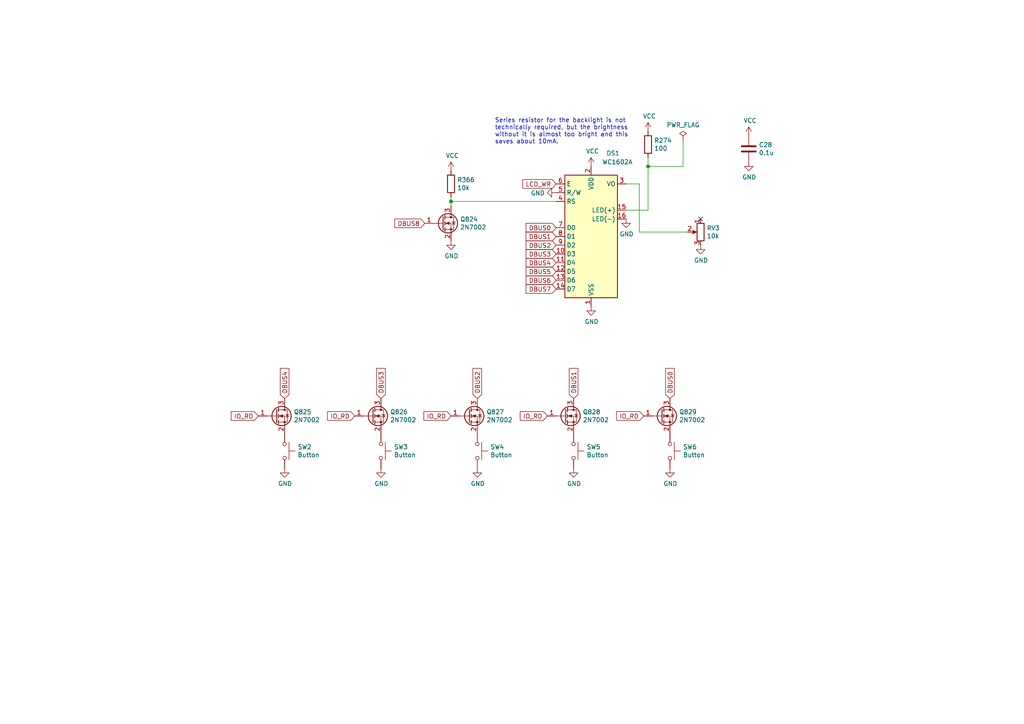
<source format=kicad_sch>
(kicad_sch (version 20230121) (generator eeschema)
  (paper "A4")
  (title_block (title "Q2 Computer") (date "2022-04-16") (rev "4c") (company "joewing.net"))
  (lib_symbols
    (symbol "Device:C" (pin_numbers hide) (pin_names (offset 0.254))
      (property "Reference" "C" (at 0.635 2.54 0))
      (property "Value" "C" (at 0.635 -2.54 0))
      (symbol "C_0_1"
        (polyline (pts (xy -2.032 -0.762) (xy 2.032 -0.762)) (stroke (width 0.508)))
        (polyline (pts (xy -2.032 0.762) (xy 2.032 0.762)) (stroke (width 0.508)))
      )
      (symbol "C_1_1"
        (pin passive line (at 0 3.81 270) (length 2.794) (name "~") (number "1"))
        (pin passive line (at 0 -3.81 90) (length 2.794) (name "~") (number "2"))
      )
    )
    (symbol "Device:R" (pin_numbers hide) (pin_names (offset 0))
      (property "Reference" "R" (at 2.032 0 90))
      (property "Value" "R" (at 0 0 90))
      (symbol "R_0_1"
        (rectangle (start -1.016 -2.54) (end 1.016 2.54) (stroke (width 0.254)))
      )
      (symbol "R_1_1"
        (pin passive line (at 0 3.81 270) (length 1.27) (name "~") (number "1"))
        (pin passive line (at 0 -3.81 90) (length 1.27) (name "~") (number "2"))
      )
    )
    (symbol "Display_Character:WC1602A"
      (property "Reference" "DS" (at -5.842 19.05 0))
      (property "Value" "WC1602A" (at 5.334 19.05 0))
      (symbol "WC1602A_1_1"
        (rectangle (start -7.62 17.78) (end 7.62 -17.78) (stroke (width 0.254)) (fill (type background)))
        (pin power_in line (at 0 -20.32 90) (length 2.54) (name "VSS") (number "1"))
        (pin input line (at -10.16 -5.08 0) (length 2.54) (name "D3") (number "10"))
        (pin input line (at -10.16 -7.62 0) (length 2.54) (name "D4") (number "11"))
        (pin input line (at -10.16 -10.16 0) (length 2.54) (name "D5") (number "12"))
        (pin input line (at -10.16 -12.7 0) (length 2.54) (name "D6") (number "13"))
        (pin input line (at -10.16 -15.24 0) (length 2.54) (name "D7") (number "14"))
        (pin power_in line (at 10.16 7.62 180) (length 2.54) (name "LED(+)") (number "15"))
        (pin power_in line (at 10.16 5.08 180) (length 2.54) (name "LED(-)") (number "16"))
        (pin power_in line (at 0 20.32 270) (length 2.54) (name "VDD") (number "2"))
        (pin input line (at 10.16 15.24 180) (length 2.54) (name "VO") (number "3"))
        (pin input line (at -10.16 10.16 0) (length 2.54) (name "RS") (number "4"))
        (pin input line (at -10.16 12.7 0) (length 2.54) (name "R/W") (number "5"))
        (pin input line (at -10.16 15.24 0) (length 2.54) (name "E") (number "6"))
        (pin input line (at -10.16 2.54 0) (length 2.54) (name "D0") (number "7"))
        (pin input line (at -10.16 0 0) (length 2.54) (name "D1") (number "8"))
        (pin input line (at -10.16 -2.54 0) (length 2.54) (name "D2") (number "9"))
      )
    )
    (symbol "Switch:SW_Push" (pin_numbers hide) (pin_names (offset 1.016) hide)
      (property "Reference" "SW" (at 1.27 2.54 0))
      (property "Value" "SW_Push" (at 0 -1.524 0))
      (symbol "SW_Push_0_1"
        (circle (center -2.032 0) (radius 0.508))
        (polyline (pts (xy 0 1.27) (xy 0 3.048)))
        (polyline (pts (xy 2.54 1.27) (xy -2.54 1.27)))
        (circle (center 2.032 0) (radius 0.508))
        (pin passive line (at -5.08 0 0) (length 2.54) (name "1") (number "1"))
        (pin passive line (at 5.08 0 180) (length 2.54) (name "2") (number "2"))
      )
    )
    (symbol "Transistor_FET:2N7002" (pin_names hide)
      (property "Reference" "Q" (at 5.08 1.905 0))
      (property "Value" "2N7002" (at 5.08 0 0))
      (symbol "2N7002_0_1"
        (polyline (pts (xy 0.254 0) (xy -2.54 0)))
        (polyline (pts (xy 0.254 1.905) (xy 0.254 -1.905)) (stroke (width 0.254)))
        (polyline (pts (xy 0.762 -1.27) (xy 0.762 -2.286)) (stroke (width 0.254)))
        (polyline (pts (xy 0.762 0.508) (xy 0.762 -0.508)) (stroke (width 0.254)))
        (polyline (pts (xy 0.762 2.286) (xy 0.762 1.27)) (stroke (width 0.254)))
        (polyline (pts (xy 2.54 2.54) (xy 2.54 1.778)))
        (polyline (pts (xy 2.54 -2.54) (xy 2.54 0) (xy 0.762 0)))
        (polyline (pts (xy 0.762 -1.778) (xy 3.302 -1.778) (xy 3.302 1.778) (xy 0.762 1.778)))
        (polyline (pts (xy 1.016 0) (xy 2.032 0.381) (xy 2.032 -0.381) (xy 1.016 0)) (fill (type outline)))
        (polyline (pts (xy 2.794 0.508) (xy 2.921 0.381) (xy 3.683 0.381) (xy 3.81 0.254)))
        (polyline (pts (xy 3.302 0.381) (xy 2.921 -0.254) (xy 3.683 -0.254) (xy 3.302 0.381)))
        (circle (center 1.651 0) (radius 2.794) (stroke (width 0.254)))
        (circle (center 2.54 -1.778) (radius 0.254) (fill (type outline)))
        (circle (center 2.54 1.778) (radius 0.254) (fill (type outline)))
      )
      (symbol "2N7002_1_1"
        (pin input line (at -5.08 0 0) (length 2.54) (name "G") (number "1"))
        (pin passive line (at 2.54 -5.08 90) (length 2.54) (name "S") (number "2"))
        (pin passive line (at 2.54 5.08 270) (length 2.54) (name "D") (number "3"))
      )
    )
    (symbol "power:GND" (power) (pin_names (offset 0))
      (property "Value" "GND" (at 0 -3.81 0))
      (symbol "GND_0_1"
        (polyline (pts (xy 0 0) (xy 0 -1.27) (xy 1.27 -1.27) (xy 0 -2.54) (xy -1.27 -1.27) (xy 0 -1.27)))
      )
      (symbol "GND_1_1"
        (pin power_in line (at 0 0 270) (length 0) hide (name "GND") (number "1"))
      )
    )
    (symbol "power:PWR_FLAG" (power) (pin_numbers hide) (pin_names (offset 0) hide)
      (property "Value" "PWR_FLAG" (at 0 3.81 0))
      (symbol "PWR_FLAG_0_0"
        (pin power_out line (at 0 0 90) (length 0) (name "pwr") (number "1"))
      )
      (symbol "PWR_FLAG_0_1"
        (polyline (pts (xy 0 0) (xy 0 1.27) (xy -1.016 1.905) (xy 0 2.54) (xy 1.016 1.905) (xy 0 1.27)))
      )
    )
    (symbol "power:VCC" (power) (pin_names (offset 0))
      (property "Value" "VCC" (at 0 3.81 0))
      (symbol "VCC_0_1"
        (polyline (pts (xy -0.762 1.27) (xy 0 2.54)))
        (polyline (pts (xy 0 0) (xy 0 2.54)))
        (polyline (pts (xy 0 2.54) (xy 0.762 1.27)))
      )
      (symbol "VCC_1_1"
        (pin power_in line (at 0 0 90) (length 0) hide (name "VCC") (number "1"))
      )
    )
    (symbol "q2-rescue:R_POT-Device" (pin_names (offset 1.016) hide)
      (property "Reference" "RV" (at -4.445 0 90))
      (property "Value" "R_POT-Device" (at -2.54 0 90))
      (symbol "R_POT-Device_0_1"
        (polyline (pts (xy 2.54 0) (xy 1.524 0)))
        (polyline (pts (xy 1.143 0) (xy 2.286 0.508) (xy 2.286 -0.508) (xy 1.143 0)) (fill (type outline)))
        (rectangle (start 1.016 2.54) (end -1.016 -2.54) (stroke (width 0.254)))
      )
      (symbol "R_POT-Device_1_1"
        (pin passive line (at 0 3.81 270) (length 1.27) (name "1") (number "1"))
        (pin passive line (at 3.81 0 180) (length 1.27) (name "2") (number "2"))
        (pin passive line (at 0 -3.81 90) (length 1.27) (name "3") (number "3"))
      )
    )
  )
  (junction (at 130.81 58.42))
  (junction (at 187.96 48.26))
  (no_connect (at 203.2 63.5))
  (wire (pts (xy 161.29 58.42) (xy 130.81 58.42)))
  (wire (pts (xy 198.12 40.64) (xy 198.12 48.26)))
  (wire (pts (xy 181.61 53.34) (xy 185.42 53.34)))
  (wire (pts (xy 187.96 45.72) (xy 187.96 48.26)))
  (wire (pts (xy 130.81 58.42) (xy 130.81 59.69)))
  (wire (pts (xy 187.96 60.96) (xy 181.61 60.96)))
  (wire (pts (xy 130.81 57.15) (xy 130.81 58.42)))
  (wire (pts (xy 185.42 67.31) (xy 199.39 67.31)))
  (wire (pts (xy 198.12 48.26) (xy 187.96 48.26)))
  (wire (pts (xy 187.96 48.26) (xy 187.96 60.96)))
  (wire (pts (xy 185.42 53.34) (xy 185.42 67.31)))
  (text "Series resistor for the backlight is not\ntechnically required, but the brightness\nwithout it is almost too bright and this\nsaves about 10mA." (at 143.51 41.91 0) (effects (font (size 1.27 1.27)) (justify left bottom)))
  (global_label "IO_RD" (shape input) (at 74.93 120.65 180) (property "Intersheetrefs" "${INTERSHEET_REFS}" (effects hide)))
  (global_label "LCD_WR" (shape input) (at 161.29 53.34 180) (property "Intersheetrefs" "${INTERSHEET_REFS}" (effects hide)))
  (global_label "DBUS3" (shape input) (at 161.29 73.66 180) (property "Intersheetrefs" "${INTERSHEET_REFS}" (effects hide)))
  (global_label "DBUS8" (shape input) (at 123.19 64.77 180) (property "Intersheetrefs" "${INTERSHEET_REFS}" (effects hide)))
  (global_label "DBUS5" (shape input) (at 161.29 78.74 180) (property "Intersheetrefs" "${INTERSHEET_REFS}" (effects hide)))
  (global_label "IO_RD" (shape input) (at 130.81 120.65 180) (property "Intersheetrefs" "${INTERSHEET_REFS}" (effects hide)))
  (global_label "DBUS0" (shape input) (at 161.29 66.04 180) (property "Intersheetrefs" "${INTERSHEET_REFS}" (effects hide)))
  (global_label "DBUS4" (shape input) (at 161.29 76.2 180) (property "Intersheetrefs" "${INTERSHEET_REFS}" (effects hide)))
  (global_label "DBUS0" (shape input) (at 194.31 115.57 90) (property "Intersheetrefs" "${INTERSHEET_REFS}" (effects hide)))
  (global_label "DBUS1" (shape input) (at 166.37 115.57 90) (property "Intersheetrefs" "${INTERSHEET_REFS}" (effects hide)))
  (global_label "DBUS3" (shape input) (at 110.49 115.57 90) (property "Intersheetrefs" "${INTERSHEET_REFS}" (effects hide)))
  (global_label "DBUS7" (shape input) (at 161.29 83.82 180) (property "Intersheetrefs" "${INTERSHEET_REFS}" (effects hide)))
  (global_label "DBUS4" (shape input) (at 82.55 115.57 90) (property "Intersheetrefs" "${INTERSHEET_REFS}" (effects hide)))
  (global_label "DBUS1" (shape input) (at 161.29 68.58 180) (property "Intersheetrefs" "${INTERSHEET_REFS}" (effects hide)))
  (global_label "DBUS6" (shape input) (at 161.29 81.28 180) (property "Intersheetrefs" "${INTERSHEET_REFS}" (effects hide)))
  (global_label "DBUS2" (shape input) (at 138.43 115.57 90) (property "Intersheetrefs" "${INTERSHEET_REFS}" (effects hide)))
  (global_label "DBUS2" (shape input) (at 161.29 71.12 180) (property "Intersheetrefs" "${INTERSHEET_REFS}" (effects hide)))
  (global_label "IO_RD" (shape input) (at 158.75 120.65 180) (property "Intersheetrefs" "${INTERSHEET_REFS}" (effects hide)))
  (global_label "IO_RD" (shape input) (at 186.69 120.65 180) (property "Intersheetrefs" "${INTERSHEET_REFS}" (effects hide)))
  (global_label "IO_RD" (shape input) (at 102.87 120.65 180) (property "Intersheetrefs" "${INTERSHEET_REFS}" (effects hide)))
  (symbol (lib_id "Display_Character:WC1602A") (at 171.45 68.58 0) (unit 1)
    (property "Reference" "DS1" (at 177.8 44.45 0))
    (property "Value" "WC1602A" (at 179.07 46.99 0))
    (property "Footprint" "Display:WC1602A" (effects hide))
    (property "Type" "PTH" (effects hide))
  )
  (symbol (lib_id "q2-rescue:R_POT-Device") (at 203.2 67.31 0) (mirror y) (unit 1)
    (property "Reference" "RV3" (at 204.978 66.1416 0) (effects (justify right)))
    (property "Value" "10k" (at 204.978 68.453 0) (effects (justify right)))
    (property "Footprint" "Potentiometer_THT:Potentiometer_Bourns_3386P_Vertical" (effects hide))
    (property "LCSC" "C116281" (effects hide))
    (property "Manufacturer" "BOURNS" (effects hide))
    (property "Part Number" "3386P-1-103LF" (effects hide))
    (property "Type" "PTH" (effects hide))
    (property "Package" "Plugin" (effects hide))
  )
  (symbol (lib_id "power:VCC") (at 187.96 38.1 0) (unit 1)
    (property "Reference" "#PWR0704" (effects hide))
    (property "Value" "VCC" (at 188.341 33.7058 0))
  )
  (symbol (lib_id "power:GND") (at 181.61 63.5 0) (unit 1)
    (property "Reference" "#PWR0705" (effects hide))
    (property "Value" "GND" (at 181.737 67.8942 0))
  )
  (symbol (lib_id "power:GND") (at 203.2 71.12 0) (unit 1)
    (property "Reference" "#PWR0703" (effects hide))
    (property "Value" "GND" (at 203.327 75.5142 0))
  )
  (symbol (lib_id "power:GND") (at 171.45 88.9 0) (unit 1)
    (property "Reference" "#PWR0707" (effects hide))
    (property "Value" "GND" (at 171.577 93.2942 0))
  )
  (symbol (lib_id "power:VCC") (at 171.45 48.26 0) (unit 1)
    (property "Reference" "#PWR0699" (effects hide))
    (property "Value" "VCC" (at 171.831 43.8658 0))
  )
  (symbol (lib_id "power:GND") (at 130.81 69.85 0) (unit 1)
    (property "Reference" "#PWR0706" (effects hide))
    (property "Value" "GND" (at 130.937 74.2442 0))
  )
  (symbol (lib_id "Device:R") (at 130.81 53.34 180) (unit 1)
    (property "Reference" "R366" (at 132.588 52.1716 0) (effects (justify right)))
    (property "Value" "10k" (at 132.588 54.483 0) (effects (justify right)))
    (property "Footprint" "Resistor_SMD:R_0603_1608Metric" (effects hide))
    (property "LCSC" "C25804" (effects hide))
    (property "Manufacturer" "UNI-ROYAL(Uniroyal Elec)" (effects hide))
    (property "Part Number" "0603WAF1002T5E" (effects hide))
    (property "Package" "0603" (effects hide))
    (property "Type" "SMD" (effects hide))
  )
  (symbol (lib_id "power:VCC") (at 130.81 49.53 0) (unit 1)
    (property "Reference" "#PWR0700" (effects hide))
    (property "Value" "VCC" (at 131.191 45.1358 0))
  )
  (symbol (lib_id "power:GND") (at 161.29 55.88 270) (unit 1)
    (property "Reference" "#PWR0702" (effects hide))
    (property "Value" "GND" (at 158.0388 56.007 90) (effects (justify right)))
  )
  (symbol (lib_id "power:GND") (at 82.55 135.89 0) (unit 1)
    (property "Reference" "#PWR0708" (effects hide))
    (property "Value" "GND" (at 82.677 140.2842 0))
  )
  (symbol (lib_id "Switch:SW_Push") (at 82.55 130.81 270) (unit 1)
    (property "Reference" "SW2" (at 86.3092 129.6416 90) (effects (justify left)))
    (property "Value" "Button" (at 86.3092 131.953 90) (effects (justify left)))
    (property "Footprint" "Button_Switch_SMD:SW_SPST_PTS645" (effects hide))
    (property "LCSC" "C620316" (effects hide))
    (property "Manufacturer" "USAKRO" (effects hide))
    (property "Part Number" "UK-B0228-G5-160-JZ" (effects hide))
    (property "Package" "6x6mm" (effects hide))
    (property "Type" "SMD" (effects hide))
  )
  (symbol (lib_id "power:GND") (at 110.49 135.89 0) (unit 1)
    (property "Reference" "#PWR0709" (effects hide))
    (property "Value" "GND" (at 110.617 140.2842 0))
  )
  (symbol (lib_id "Switch:SW_Push") (at 110.49 130.81 270) (unit 1)
    (property "Reference" "SW3" (at 114.2492 129.6416 90) (effects (justify left)))
    (property "Value" "Button" (at 114.2492 131.953 90) (effects (justify left)))
    (property "Footprint" "Button_Switch_SMD:SW_SPST_PTS645" (effects hide))
    (property "LCSC" "C620316" (effects hide))
    (property "Manufacturer" "USAKRO" (effects hide))
    (property "Part Number" "UK-B0228-G5-160-JZ" (effects hide))
    (property "Package" "6x6mm" (effects hide))
    (property "Type" "SMD" (effects hide))
  )
  (symbol (lib_id "power:GND") (at 138.43 135.89 0) (unit 1)
    (property "Reference" "#PWR0710" (effects hide))
    (property "Value" "GND" (at 138.557 140.2842 0))
  )
  (symbol (lib_id "Switch:SW_Push") (at 138.43 130.81 270) (unit 1)
    (property "Reference" "SW4" (at 142.1892 129.6416 90) (effects (justify left)))
    (property "Value" "Button" (at 142.1892 131.953 90) (effects (justify left)))
    (property "Footprint" "Button_Switch_SMD:SW_SPST_PTS645" (effects hide))
    (property "LCSC" "C620316" (effects hide))
    (property "Manufacturer" "USAKRO" (effects hide))
    (property "Part Number" "UK-B0228-G5-160-JZ" (effects hide))
    (property "Package" "6x6mm" (effects hide))
    (property "Type" "SMD" (effects hide))
  )
  (symbol (lib_id "power:GND") (at 166.37 135.89 0) (unit 1)
    (property "Reference" "#PWR0711" (effects hide))
    (property "Value" "GND" (at 166.497 140.2842 0))
  )
  (symbol (lib_id "Switch:SW_Push") (at 166.37 130.81 270) (unit 1)
    (property "Reference" "SW5" (at 170.1292 129.6416 90) (effects (justify left)))
    (property "Value" "Button" (at 170.1292 131.953 90) (effects (justify left)))
    (property "Footprint" "Button_Switch_SMD:SW_SPST_PTS645" (effects hide))
    (property "LCSC" "C620316" (effects hide))
    (property "Manufacturer" "USAKRO" (effects hide))
    (property "Part Number" "UK-B0228-G5-160-JZ" (effects hide))
    (property "Package" "6x6mm" (effects hide))
    (property "Type" "SMD" (effects hide))
  )
  (symbol (lib_id "power:GND") (at 194.31 135.89 0) (unit 1)
    (property "Reference" "#PWR0712" (effects hide))
    (property "Value" "GND" (at 194.437 140.2842 0))
  )
  (symbol (lib_id "Switch:SW_Push") (at 194.31 130.81 270) (unit 1)
    (property "Reference" "SW6" (at 198.0692 129.6416 90) (effects (justify left)))
    (property "Value" "Button" (at 198.0692 131.953 90) (effects (justify left)))
    (property "Footprint" "Button_Switch_SMD:SW_SPST_PTS645" (effects hide))
    (property "LCSC" "C620316" (effects hide))
    (property "Manufacturer" "USAKRO" (effects hide))
    (property "Part Number" "UK-B0228-G5-160-JZ" (effects hide))
    (property "Package" "6x6mm" (effects hide))
    (property "Type" "SMD" (effects hide))
  )
  (symbol (lib_id "Transistor_FET:2N7002") (at 80.01 120.65 0) (unit 1)
    (property "Reference" "Q825" (at 85.1916 119.4816 0) (effects (justify left)))
    (property "Value" "2N7002" (at 85.1916 121.793 0) (effects (justify left)))
    (property "Footprint" "Package_TO_SOT_SMD:SOT-23" (effects hide))
    (property "LCSC" "C181083" (effects hide))
    (property "Manufacturer" "Guangdong Hottech" (effects hide))
    (property "Part Number" "2N7002" (effects hide))
    (property "Package" "SOT-23" (effects hide))
    (property "Type" "SMD" (effects hide))
  )
  (symbol (lib_id "Transistor_FET:2N7002") (at 107.95 120.65 0) (unit 1)
    (property "Reference" "Q826" (at 113.1316 119.4816 0) (effects (justify left)))
    (property "Value" "2N7002" (at 113.1316 121.793 0) (effects (justify left)))
    (property "Footprint" "Package_TO_SOT_SMD:SOT-23" (effects hide))
    (property "LCSC" "C181083" (effects hide))
    (property "Manufacturer" "Guangdong Hottech" (effects hide))
    (property "Part Number" "2N7002" (effects hide))
    (property "Package" "SOT-23" (effects hide))
    (property "Type" "SMD" (effects hide))
  )
  (symbol (lib_id "Transistor_FET:2N7002") (at 135.89 120.65 0) (unit 1)
    (property "Reference" "Q827" (at 141.0716 119.4816 0) (effects (justify left)))
    (property "Value" "2N7002" (at 141.0716 121.793 0) (effects (justify left)))
    (property "Footprint" "Package_TO_SOT_SMD:SOT-23" (effects hide))
    (property "LCSC" "C181083" (effects hide))
    (property "Manufacturer" "Guangdong Hottech" (effects hide))
    (property "Part Number" "2N7002" (effects hide))
    (property "Package" "SOT-23" (effects hide))
    (property "Type" "SMD" (effects hide))
  )
  (symbol (lib_id "Transistor_FET:2N7002") (at 163.83 120.65 0) (unit 1)
    (property "Reference" "Q828" (at 169.0116 119.4816 0) (effects (justify left)))
    (property "Value" "2N7002" (at 169.0116 121.793 0) (effects (justify left)))
    (property "Footprint" "Package_TO_SOT_SMD:SOT-23" (effects hide))
    (property "LCSC" "C181083" (effects hide))
    (property "Manufacturer" "Guangdong Hottech" (effects hide))
    (property "Part Number" "2N7002" (effects hide))
    (property "Package" "SOT-23" (effects hide))
    (property "Type" "SMD" (effects hide))
  )
  (symbol (lib_id "Transistor_FET:2N7002") (at 191.77 120.65 0) (unit 1)
    (property "Reference" "Q829" (at 196.9516 119.4816 0) (effects (justify left)))
    (property "Value" "2N7002" (at 196.9516 121.793 0) (effects (justify left)))
    (property "Footprint" "Package_TO_SOT_SMD:SOT-23" (effects hide))
    (property "LCSC" "C181083" (effects hide))
    (property "Manufacturer" "Guangdong Hottech" (effects hide))
    (property "Part Number" "2N7002" (effects hide))
    (property "Package" "SOT-23" (effects hide))
    (property "Type" "SMD" (effects hide))
  )
  (symbol (lib_id "Transistor_FET:2N7002") (at 128.27 64.77 0) (unit 1)
    (property "Reference" "Q824" (at 133.4516 63.6016 0) (effects (justify left)))
    (property "Value" "2N7002" (at 133.4516 65.913 0) (effects (justify left)))
    (property "Footprint" "Package_TO_SOT_SMD:SOT-23" (effects hide))
    (property "LCSC" "C181083" (effects hide))
    (property "Manufacturer" "Guangdong Hottech" (effects hide))
    (property "Part Number" "2N7002" (effects hide))
    (property "Package" "SOT-23" (effects hide))
    (property "Type" "SMD" (effects hide))
  )
  (symbol (lib_id "Device:C") (at 217.17 43.18 0) (unit 1)
    (property "Reference" "C28" (at 220.091 42.0116 0) (effects (justify left)))
    (property "Value" "0.1u" (at 220.091 44.323 0) (effects (justify left)))
    (property "Footprint" "Capacitor_SMD:C_0805_2012Metric" (effects hide))
    (property "LCSC" "C49678" (effects hide))
    (property "Manufacturer" "YAGEO" (effects hide))
    (property "Part Number" "CC0805KRX7R9BB104" (effects hide))
    (property "Package" "0805" (effects hide))
    (property "Type" "SMD" (effects hide))
  )
  (symbol (lib_id "power:VCC") (at 217.17 39.37 0) (unit 1)
    (property "Reference" "#PWR0922" (effects hide))
    (property "Value" "VCC" (at 217.551 34.9758 0))
  )
  (symbol (lib_id "power:GND") (at 217.17 46.99 0) (unit 1)
    (property "Reference" "#PWR0923" (effects hide))
    (property "Value" "GND" (at 217.297 51.3842 0))
  )
  (symbol (lib_id "Device:R") (at 187.96 41.91 180) (unit 1)
    (property "Reference" "R274" (at 189.738 40.7416 0) (effects (justify right)))
    (property "Value" "100" (at 189.738 43.053 0) (effects (justify right)))
    (property "Footprint" "Resistor_SMD:R_1206_3216Metric" (effects hide))
    (property "LCSC" "C17901" (effects hide))
    (property "Manufacturer" "UNI-ROYAL(Uniroyal Elec)" (effects hide))
    (property "Part Number" "1206W4F1000T5E" (effects hide))
    (property "Package" "1206" (effects hide))
    (property "Type" "SMD" (effects hide))
  )
  (symbol (lib_id "power:PWR_FLAG") (at 198.12 40.64 0) (unit 1)
    (property "Reference" "#FLG0101" (effects hide))
    (property "Value" "PWR_FLAG" (at 198.12 36.2458 0))
  )
)
</source>
